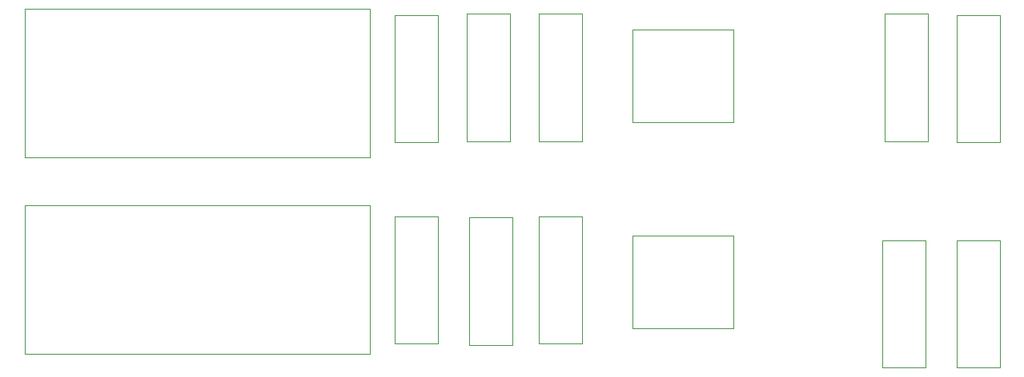
<source format=gbr>
G04 #@! TF.GenerationSoftware,KiCad,Pcbnew,5.1.4-e60b266~84~ubuntu18.04.1*
G04 #@! TF.CreationDate,2019-10-23T15:59:47+01:00*
G04 #@! TF.ProjectId,trans_switch_volt_amp,7472616e-735f-4737-9769-7463685f766f,rev?*
G04 #@! TF.SameCoordinates,Original*
G04 #@! TF.FileFunction,Other,User*
%FSLAX46Y46*%
G04 Gerber Fmt 4.6, Leading zero omitted, Abs format (unit mm)*
G04 Created by KiCad (PCBNEW 5.1.4-e60b266~84~ubuntu18.04.1) date 2019-10-23 15:59:47*
%MOMM*%
%LPD*%
G04 APERTURE LIST*
%ADD10C,0.050000*%
G04 APERTURE END LIST*
D10*
X110454000Y-86942000D02*
X110454000Y-73442000D01*
X105954000Y-86942000D02*
X110454000Y-86942000D01*
X105954000Y-73442000D02*
X105954000Y-86942000D01*
X110454000Y-73442000D02*
X105954000Y-73442000D01*
X95664000Y-109450000D02*
X95664000Y-93750000D01*
X95664000Y-109450000D02*
X59164000Y-109450000D01*
X59164000Y-93750000D02*
X59164000Y-109450000D01*
X95664000Y-93750000D02*
X59164000Y-93750000D01*
X95664000Y-72922000D02*
X59164000Y-72922000D01*
X59164000Y-72922000D02*
X59164000Y-88622000D01*
X95664000Y-88622000D02*
X59164000Y-88622000D01*
X95664000Y-88622000D02*
X95664000Y-72922000D01*
X157770000Y-97462000D02*
X157770000Y-110962000D01*
X162270000Y-97462000D02*
X157770000Y-97462000D01*
X162270000Y-110962000D02*
X162270000Y-97462000D01*
X157770000Y-110962000D02*
X162270000Y-110962000D01*
X113574000Y-108422000D02*
X118074000Y-108422000D01*
X118074000Y-108422000D02*
X118074000Y-94922000D01*
X118074000Y-94922000D02*
X113574000Y-94922000D01*
X113574000Y-94922000D02*
X113574000Y-108422000D01*
X149896000Y-97462000D02*
X149896000Y-110962000D01*
X154396000Y-97462000D02*
X149896000Y-97462000D01*
X154396000Y-110962000D02*
X154396000Y-97462000D01*
X149896000Y-110962000D02*
X154396000Y-110962000D01*
X98334000Y-108422000D02*
X102834000Y-108422000D01*
X102834000Y-108422000D02*
X102834000Y-94922000D01*
X102834000Y-94922000D02*
X98334000Y-94922000D01*
X98334000Y-94922000D02*
X98334000Y-108422000D01*
X110708000Y-95032000D02*
X106208000Y-95032000D01*
X106208000Y-95032000D02*
X106208000Y-108532000D01*
X106208000Y-108532000D02*
X110708000Y-108532000D01*
X110708000Y-108532000D02*
X110708000Y-95032000D01*
X154650000Y-73442000D02*
X150150000Y-73442000D01*
X150150000Y-73442000D02*
X150150000Y-86942000D01*
X150150000Y-86942000D02*
X154650000Y-86942000D01*
X154650000Y-86942000D02*
X154650000Y-73442000D01*
X98334000Y-73586000D02*
X98334000Y-87086000D01*
X102834000Y-73586000D02*
X98334000Y-73586000D01*
X102834000Y-87086000D02*
X102834000Y-73586000D01*
X98334000Y-87086000D02*
X102834000Y-87086000D01*
X118074000Y-86942000D02*
X118074000Y-73442000D01*
X113574000Y-86942000D02*
X118074000Y-86942000D01*
X113574000Y-73442000D02*
X113574000Y-86942000D01*
X118074000Y-73442000D02*
X113574000Y-73442000D01*
X157770000Y-87086000D02*
X162270000Y-87086000D01*
X162270000Y-87086000D02*
X162270000Y-73586000D01*
X162270000Y-73586000D02*
X157770000Y-73586000D01*
X157770000Y-73586000D02*
X157770000Y-87086000D01*
X123418000Y-106764000D02*
X134118000Y-106764000D01*
X134118000Y-106764000D02*
X134118000Y-96964000D01*
X134118000Y-96964000D02*
X123418000Y-96964000D01*
X123418000Y-96964000D02*
X123418000Y-106764000D01*
X123418000Y-75120000D02*
X123418000Y-84920000D01*
X134118000Y-75120000D02*
X123418000Y-75120000D01*
X134118000Y-84920000D02*
X134118000Y-75120000D01*
X123418000Y-84920000D02*
X134118000Y-84920000D01*
M02*

</source>
